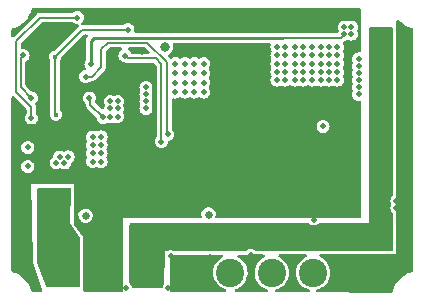
<source format=gbr>
%TF.GenerationSoftware,KiCad,Pcbnew,6.0.11+dfsg-1~bpo11+1*%
%TF.CreationDate,2023-10-14T14:13:14-05:00*%
%TF.ProjectId,Gauntl33tVoltageRegulator,4761756e-746c-4333-9374-566f6c746167,rev?*%
%TF.SameCoordinates,Original*%
%TF.FileFunction,Copper,L3,Inr*%
%TF.FilePolarity,Positive*%
%FSLAX46Y46*%
G04 Gerber Fmt 4.6, Leading zero omitted, Abs format (unit mm)*
G04 Created by KiCad (PCBNEW 6.0.11+dfsg-1~bpo11+1) date 2023-10-14 14:13:14*
%MOMM*%
%LPD*%
G01*
G04 APERTURE LIST*
%TA.AperFunction,ComponentPad*%
%ADD10R,2.400000X2.400000*%
%TD*%
%TA.AperFunction,ComponentPad*%
%ADD11C,2.400000*%
%TD*%
%TA.AperFunction,ViaPad*%
%ADD12C,0.500000*%
%TD*%
%TA.AperFunction,ViaPad*%
%ADD13C,0.650000*%
%TD*%
%TA.AperFunction,ViaPad*%
%ADD14C,0.800000*%
%TD*%
%TA.AperFunction,ViaPad*%
%ADD15C,0.400000*%
%TD*%
%TA.AperFunction,Conductor*%
%ADD16C,0.200000*%
%TD*%
%TA.AperFunction,Conductor*%
%ADD17C,0.250000*%
%TD*%
G04 APERTURE END LIST*
D10*
%TO.N,Net-(F2-Pad1)*%
%TO.C,J1*%
X122050000Y-128900000D03*
D11*
%TO.N,GND*%
X125550000Y-128900000D03*
%TO.N,Net-(F1-Pad1)*%
X129050000Y-128900000D03*
%TO.N,GND*%
X132550000Y-128900000D03*
%TO.N,Net-(J1-Pad5)*%
X136050000Y-128900000D03*
%TO.N,/EN*%
X139550000Y-128900000D03*
%TO.N,/5V*%
X143050000Y-128900000D03*
%TO.N,GND*%
X146550000Y-128900000D03*
%TD*%
D12*
%TO.N,GND*%
X134700000Y-120600000D03*
X134700000Y-119900000D03*
X146800000Y-123400000D03*
X146200000Y-123400000D03*
X145600000Y-123400000D03*
X146800000Y-119200000D03*
X146800000Y-121600000D03*
X146800000Y-122800000D03*
X146800000Y-118600000D03*
X146800000Y-119800000D03*
X146800000Y-120400000D03*
X146800000Y-122200000D03*
X146800000Y-121000000D03*
X146200000Y-119200000D03*
X146200000Y-121600000D03*
X146200000Y-122800000D03*
X146200000Y-118600000D03*
X146200000Y-119800000D03*
X146200000Y-120400000D03*
X146200000Y-122200000D03*
X146200000Y-121000000D03*
X140000000Y-122200000D03*
X140000000Y-121500000D03*
X140000000Y-120800000D03*
X124600000Y-127000000D03*
X126500000Y-127000000D03*
X131000000Y-127500000D03*
X134300000Y-127600000D03*
X144800000Y-127600000D03*
X149000000Y-130200000D03*
X148300000Y-130200000D03*
X144800000Y-130200000D03*
X137800000Y-127400000D03*
X137700000Y-130200000D03*
X123800000Y-130300000D03*
X127200000Y-130200000D03*
X130800000Y-130200000D03*
X134300000Y-130200000D03*
X140800000Y-127600000D03*
X141600000Y-130200000D03*
X140900000Y-130200000D03*
X137200000Y-123800000D03*
X136600000Y-123800000D03*
X136600000Y-123200000D03*
X136000000Y-123800000D03*
%TO.N,/Vreg*%
X140000000Y-111900000D03*
X140700000Y-111200000D03*
X140700000Y-112600000D03*
X140000000Y-110500000D03*
X140700000Y-110500000D03*
X140000000Y-109800000D03*
X140700000Y-109800000D03*
X140700000Y-111900000D03*
X140000000Y-111200000D03*
X140000000Y-112600000D03*
X141500000Y-111900000D03*
X142200000Y-111200000D03*
X142200000Y-112600000D03*
X141500000Y-110500000D03*
X142200000Y-110500000D03*
X141500000Y-109800000D03*
X142200000Y-109800000D03*
X142200000Y-111900000D03*
X141500000Y-111200000D03*
X141500000Y-112600000D03*
%TO.N,Net-(F2-Pad1)*%
X122200000Y-123500000D03*
X121500000Y-123500000D03*
X120800000Y-123500000D03*
X122200000Y-122800000D03*
X121500000Y-122800000D03*
X120100000Y-122800000D03*
X120800000Y-122800000D03*
X122200000Y-122100000D03*
X121500000Y-122100000D03*
X120800000Y-122100000D03*
X120100000Y-122100000D03*
%TO.N,GND*%
X130700000Y-122400000D03*
X131400000Y-122400000D03*
X131400000Y-123100000D03*
X130700000Y-123100000D03*
%TO.N,/EN*%
X130749500Y-117200000D03*
X123800000Y-112300000D03*
%TO.N,GND*%
X122000000Y-111300000D03*
%TO.N,/+20V*%
X122300000Y-119100000D03*
X121600000Y-119100000D03*
X121987162Y-119604940D03*
X121300000Y-119600000D03*
%TO.N,GND*%
X150600000Y-108300000D03*
X151300000Y-109000000D03*
X150600000Y-109000000D03*
X145300000Y-106800000D03*
X146000000Y-106800000D03*
X144600000Y-106800000D03*
X146700000Y-106800000D03*
%TO.N,Net-(F1-Pad1)*%
X149400000Y-109200000D03*
X149400000Y-108600000D03*
X148800000Y-108600000D03*
%TO.N,GND*%
X138800000Y-116000000D03*
X138200000Y-116000000D03*
X136400000Y-116000000D03*
X135200000Y-116000000D03*
X137000000Y-116000000D03*
X135800000Y-116000000D03*
X137600000Y-116000000D03*
X134600000Y-116000000D03*
X132800000Y-116000000D03*
X131600000Y-116000000D03*
X133400000Y-116000000D03*
X132200000Y-116000000D03*
X134000000Y-116000000D03*
X134600000Y-115400000D03*
X132800000Y-115400000D03*
X131600000Y-115400000D03*
X133400000Y-115400000D03*
X132200000Y-115400000D03*
X134000000Y-115400000D03*
X141800000Y-115400000D03*
X140000000Y-115400000D03*
X138800000Y-115400000D03*
X140600000Y-115400000D03*
X139400000Y-115400000D03*
X141200000Y-115400000D03*
X138200000Y-115400000D03*
X136400000Y-115400000D03*
X135200000Y-115400000D03*
X137000000Y-115400000D03*
X135800000Y-115400000D03*
X137600000Y-115400000D03*
X138200000Y-114800000D03*
X136400000Y-114800000D03*
X135200000Y-114800000D03*
X137000000Y-114800000D03*
X135800000Y-114800000D03*
X137600000Y-114800000D03*
X138200000Y-114200000D03*
X136400000Y-114200000D03*
X135200000Y-114200000D03*
X137000000Y-114200000D03*
X135800000Y-114200000D03*
X137600000Y-114200000D03*
X138200000Y-113600000D03*
X136400000Y-113600000D03*
X135200000Y-113600000D03*
X137000000Y-113600000D03*
X135800000Y-113600000D03*
X137600000Y-113600000D03*
X138200000Y-107600000D03*
X136400000Y-107600000D03*
X135200000Y-107600000D03*
X137000000Y-107600000D03*
X135800000Y-107600000D03*
X137600000Y-107600000D03*
X138200000Y-108200000D03*
X136400000Y-108200000D03*
X135200000Y-108200000D03*
X137000000Y-108200000D03*
X135800000Y-108200000D03*
X137600000Y-108200000D03*
X138200000Y-113000000D03*
X136400000Y-113000000D03*
X135200000Y-113000000D03*
X137000000Y-113000000D03*
X135800000Y-113000000D03*
X137600000Y-113000000D03*
X138200000Y-112400000D03*
X136400000Y-112400000D03*
X135200000Y-112400000D03*
X137000000Y-112400000D03*
X135800000Y-112400000D03*
X137600000Y-112400000D03*
X138200000Y-111800000D03*
X136400000Y-111800000D03*
X135200000Y-111800000D03*
X137000000Y-111800000D03*
X135800000Y-111800000D03*
X137600000Y-111800000D03*
X138200000Y-111200000D03*
X136400000Y-111200000D03*
X135200000Y-111200000D03*
X137000000Y-111200000D03*
X135800000Y-111200000D03*
X137600000Y-111200000D03*
X138200000Y-110600000D03*
X136400000Y-110600000D03*
X135200000Y-110600000D03*
X137000000Y-110600000D03*
X135800000Y-110600000D03*
X137600000Y-110600000D03*
X138200000Y-110000000D03*
X137600000Y-110000000D03*
X137000000Y-110000000D03*
X136400000Y-110000000D03*
X135800000Y-110000000D03*
X135200000Y-110000000D03*
%TO.N,/Vreg*%
X146900000Y-113800000D03*
X146900000Y-113200000D03*
X146900000Y-112600000D03*
X146900000Y-112000000D03*
X146900000Y-111400000D03*
X146900000Y-110800000D03*
X145700000Y-108700000D03*
X146300000Y-108700000D03*
X146300000Y-108100000D03*
X145700000Y-108100000D03*
%TO.N,/+20V*%
X125900000Y-115700000D03*
X126500000Y-115700000D03*
X125100000Y-119500000D03*
X125100000Y-118800000D03*
X125100000Y-118100000D03*
X125100000Y-117400000D03*
X124400000Y-117400000D03*
X124400000Y-118100000D03*
X124400000Y-118800000D03*
X124400000Y-119500000D03*
%TO.N,Net-(IC1-Pad5)*%
X131400000Y-111200000D03*
X132200000Y-111200000D03*
X133000000Y-111200000D03*
X133800000Y-111200000D03*
X133800000Y-112000000D03*
X133000000Y-112000000D03*
X132200000Y-112000000D03*
X131400000Y-112000000D03*
X131400000Y-112800000D03*
X132200000Y-112800000D03*
X133000000Y-112800000D03*
X133800000Y-112800000D03*
X133800000Y-113600000D03*
X133000000Y-113600000D03*
X132200000Y-113600000D03*
X128900000Y-113200000D03*
X128900000Y-113800000D03*
X128900000Y-114400000D03*
X128900000Y-115000000D03*
X131400000Y-113600000D03*
%TO.N,/+20V*%
X126500000Y-114400000D03*
D13*
X123800000Y-124100000D03*
D12*
X143900000Y-116500000D03*
X125265498Y-115734502D03*
X126500000Y-115000000D03*
X125900000Y-115000000D03*
X125900000Y-114400000D03*
X124100000Y-114100000D03*
%TO.N,GND*%
X134700000Y-118500000D03*
X150100000Y-122800000D03*
X126500000Y-112500000D03*
X128000000Y-122400000D03*
X150600000Y-112100000D03*
X128700000Y-121700000D03*
X150100000Y-123400000D03*
X145000000Y-121600000D03*
X128000000Y-118600000D03*
X128700000Y-120000000D03*
X151300000Y-114200000D03*
X151300000Y-110900000D03*
X127262000Y-112760000D03*
X150700000Y-121600000D03*
X150700000Y-122800000D03*
X118800000Y-109300000D03*
X127900000Y-113400000D03*
X150600000Y-114200000D03*
X151300000Y-110300000D03*
X126500000Y-113500000D03*
X145600000Y-121000000D03*
X145000000Y-122200000D03*
X145000000Y-119800000D03*
X129400000Y-122400000D03*
X129400000Y-120700000D03*
X129400000Y-120000000D03*
X125900000Y-112500000D03*
X127900000Y-114600000D03*
X151300000Y-114900000D03*
X150600000Y-113500000D03*
X150700000Y-123400000D03*
X127900000Y-115200000D03*
X140000000Y-120100000D03*
X128600000Y-110200000D03*
X125900000Y-113500000D03*
X150600000Y-110900000D03*
X128700000Y-122400000D03*
X145600000Y-122200000D03*
X129400000Y-119300000D03*
X129400000Y-121700000D03*
X145600000Y-120400000D03*
X150700000Y-118600000D03*
X120100000Y-113300000D03*
X145000000Y-121000000D03*
X134700000Y-119200000D03*
X145600000Y-119800000D03*
X128000000Y-121700000D03*
X125900000Y-113000000D03*
X128700000Y-120700000D03*
X145000000Y-119200000D03*
X127900000Y-114000000D03*
X128000000Y-120000000D03*
X129400000Y-118600000D03*
X151300000Y-111500000D03*
X151300000Y-113500000D03*
X128000000Y-120700000D03*
X136000000Y-123200000D03*
X150600000Y-112800000D03*
X145000000Y-118600000D03*
X150700000Y-119200000D03*
X128000000Y-123100000D03*
X151300000Y-112100000D03*
X143100000Y-124400000D03*
X128700000Y-118600000D03*
X124200000Y-106800000D03*
X150600000Y-111500000D03*
X127300000Y-114000000D03*
X151300000Y-112800000D03*
X145000000Y-120400000D03*
X150700000Y-120400000D03*
X145600000Y-118600000D03*
X127300000Y-115200000D03*
D14*
X119000000Y-129000000D03*
D12*
X129400000Y-123100000D03*
X128700000Y-123100000D03*
X145600000Y-122800000D03*
X150600000Y-110300000D03*
X145000000Y-123400000D03*
X150600000Y-114900000D03*
X150600000Y-109700000D03*
X122600000Y-107900000D03*
D14*
X118000000Y-128000000D03*
D12*
X127300000Y-114600000D03*
X122200000Y-114000000D03*
X128700000Y-119300000D03*
X128000000Y-119300000D03*
X151300000Y-109700000D03*
X150700000Y-122200000D03*
X150700000Y-121000000D03*
X121800000Y-116900000D03*
X150700000Y-119800000D03*
X127300000Y-113400000D03*
X145600000Y-121600000D03*
X145600000Y-119200000D03*
X126500000Y-113000000D03*
X145000000Y-122800000D03*
%TO.N,Net-(200K1-Pad3)*%
X123100000Y-107300000D03*
X119200000Y-115800000D03*
%TO.N,/PGOOD*%
X130200000Y-117800000D03*
X127121588Y-110521588D03*
D13*
%TO.N,/5V*%
X134200000Y-124000000D03*
D12*
X118900000Y-119900000D03*
%TO.N,/Vreg*%
X144400000Y-112600000D03*
X143000000Y-112600000D03*
X143000000Y-111200000D03*
X145100000Y-112600000D03*
X143700000Y-111900000D03*
X143700000Y-109800000D03*
X145100000Y-109800000D03*
X143000000Y-109800000D03*
X145100000Y-111900000D03*
X143700000Y-110500000D03*
X145100000Y-111200000D03*
X144400000Y-110500000D03*
X143000000Y-110500000D03*
X143700000Y-112600000D03*
X124246000Y-111254000D03*
X143700000Y-111200000D03*
X144400000Y-109800000D03*
X143000000Y-111900000D03*
X144400000Y-111900000D03*
X144400000Y-111200000D03*
X145100000Y-110500000D03*
%TO.N,Net-(200K1-Pad1)*%
X119200000Y-114100000D03*
X118500000Y-110500000D03*
D15*
%TO.N,+5VP*%
X121215000Y-110610000D03*
X121275000Y-115520000D03*
D12*
X127367500Y-108332061D03*
D14*
X130500000Y-109800000D03*
D12*
X118900000Y-118300000D03*
%TO.N,Net-(F1-Pad1)*%
X148200000Y-109800000D03*
X148200000Y-108600000D03*
X149400000Y-109800000D03*
X148800000Y-109800000D03*
X148200000Y-109200000D03*
X148800000Y-109200000D03*
%TD*%
D16*
%TO.N,/Vreg*%
X140500000Y-109000000D02*
X145400000Y-109000000D01*
X145400000Y-109000000D02*
X145700000Y-108700000D01*
%TO.N,/EN*%
X123800000Y-112300000D02*
X124300000Y-112300000D01*
X124300000Y-112300000D02*
X125100000Y-111500000D01*
X125100000Y-111500000D02*
X125100000Y-110000000D01*
X125100000Y-110000000D02*
X125675000Y-109425000D01*
X125675000Y-109425000D02*
X129025000Y-109425000D01*
X129025000Y-109425000D02*
X130700000Y-111100000D01*
X130700000Y-111100000D02*
X130700000Y-117200000D01*
%TO.N,/+20V*%
X124200000Y-114669004D02*
X125265498Y-115734502D01*
X124200000Y-114000000D02*
X124200000Y-114669004D01*
%TO.N,Net-(200K1-Pad3)*%
X117900000Y-109300000D02*
X119900000Y-107300000D01*
X119200000Y-115800000D02*
X119200000Y-114900000D01*
X119200000Y-114900000D02*
X117900000Y-113600000D01*
X117900000Y-113600000D02*
X117900000Y-109300000D01*
X119900000Y-107300000D02*
X123100000Y-107300000D01*
%TO.N,/PGOOD*%
X130200000Y-111200000D02*
X130200000Y-117800000D01*
X127350000Y-110750000D02*
X129750000Y-110750000D01*
X129750000Y-110750000D02*
X130200000Y-111200000D01*
X127121588Y-110521588D02*
X127350000Y-110750000D01*
D17*
%TO.N,/Vreg*%
X124500000Y-109000000D02*
X124223161Y-109276839D01*
X140500000Y-109000000D02*
X124500000Y-109000000D01*
X124223161Y-109276839D02*
X124223161Y-111238880D01*
D16*
%TO.N,Net-(200K1-Pad1)*%
X118300000Y-113200000D02*
X118300000Y-110700000D01*
X119200000Y-114100000D02*
X118300000Y-113200000D01*
X118300000Y-110700000D02*
X118500000Y-110500000D01*
%TO.N,+5VP*%
X121215000Y-115460000D02*
X121275000Y-115520000D01*
X121215000Y-110610000D02*
X121215000Y-115460000D01*
X123492939Y-108332061D02*
X121215000Y-110610000D01*
X127367500Y-108332061D02*
X123492939Y-108332061D01*
%TD*%
%TA.AperFunction,Conductor*%
%TO.N,GND*%
G36*
X123104707Y-106519976D02*
G01*
X123143913Y-106501505D01*
X123163327Y-106500000D01*
X146974000Y-106500000D01*
X147042121Y-106520002D01*
X147088614Y-106573658D01*
X147100000Y-106626000D01*
X147100000Y-108036673D01*
X147080024Y-108104707D01*
X147098495Y-108143913D01*
X147100000Y-108163327D01*
X147100000Y-108636673D01*
X147080024Y-108704707D01*
X147098495Y-108743913D01*
X147100000Y-108763327D01*
X147100000Y-110127405D01*
X147079998Y-110195526D01*
X147026342Y-110242019D01*
X146957554Y-110252327D01*
X146908189Y-110245828D01*
X146908188Y-110245828D01*
X146900000Y-110244750D01*
X146756291Y-110263670D01*
X146622375Y-110319139D01*
X146507379Y-110407379D01*
X146419139Y-110522375D01*
X146363670Y-110656291D01*
X146344750Y-110800000D01*
X146363670Y-110943709D01*
X146407142Y-111048660D01*
X146408435Y-111051782D01*
X146416024Y-111122372D01*
X146408436Y-111148215D01*
X146363670Y-111256291D01*
X146344750Y-111400000D01*
X146363670Y-111543709D01*
X146405588Y-111644908D01*
X146408435Y-111651782D01*
X146416024Y-111722372D01*
X146408436Y-111748215D01*
X146363670Y-111856291D01*
X146344750Y-112000000D01*
X146363670Y-112143709D01*
X146381602Y-112187000D01*
X146408435Y-112251782D01*
X146416024Y-112322372D01*
X146408436Y-112348215D01*
X146363670Y-112456291D01*
X146344750Y-112600000D01*
X146363670Y-112743709D01*
X146402035Y-112836330D01*
X146408435Y-112851782D01*
X146416024Y-112922372D01*
X146408436Y-112948215D01*
X146363670Y-113056291D01*
X146344750Y-113200000D01*
X146363670Y-113343709D01*
X146407142Y-113448660D01*
X146408435Y-113451782D01*
X146416024Y-113522372D01*
X146408436Y-113548215D01*
X146363670Y-113656291D01*
X146344750Y-113800000D01*
X146363670Y-113943709D01*
X146419139Y-114077625D01*
X146507379Y-114192621D01*
X146622375Y-114280861D01*
X146756291Y-114336330D01*
X146900000Y-114355250D01*
X146908188Y-114354172D01*
X146908189Y-114354172D01*
X146957554Y-114347673D01*
X147027702Y-114358612D01*
X147080801Y-114405740D01*
X147100000Y-114472595D01*
X147100000Y-124100000D01*
X134817602Y-124100000D01*
X134829375Y-124017277D01*
X134829956Y-124013196D01*
X134830094Y-124000000D01*
X134811906Y-123849701D01*
X134798862Y-123815182D01*
X134761076Y-123715182D01*
X134761075Y-123715179D01*
X134758392Y-123708080D01*
X134672640Y-123583311D01*
X134559603Y-123482599D01*
X134552897Y-123479048D01*
X134552895Y-123479047D01*
X134492704Y-123447178D01*
X134425805Y-123411757D01*
X134278972Y-123374874D01*
X134271374Y-123374834D01*
X134271372Y-123374834D01*
X134206775Y-123374496D01*
X134127579Y-123374082D01*
X134120200Y-123375854D01*
X134120196Y-123375854D01*
X133987746Y-123407652D01*
X133987742Y-123407653D01*
X133980367Y-123409424D01*
X133973622Y-123412905D01*
X133973623Y-123412905D01*
X133853560Y-123474874D01*
X133845835Y-123478861D01*
X133840113Y-123483853D01*
X133840111Y-123483854D01*
X133737474Y-123573390D01*
X133737471Y-123573393D01*
X133731749Y-123578385D01*
X133727382Y-123584599D01*
X133653610Y-123689566D01*
X133644696Y-123702249D01*
X133589702Y-123843302D01*
X133588711Y-123850831D01*
X133574702Y-123957241D01*
X133569941Y-123993402D01*
X133572577Y-124017277D01*
X133580150Y-124085871D01*
X133581709Y-124100000D01*
X124430094Y-124100000D01*
X124411906Y-123949701D01*
X124390337Y-123892621D01*
X124361076Y-123815182D01*
X124361075Y-123815179D01*
X124358392Y-123808080D01*
X124305704Y-123731419D01*
X124276939Y-123689566D01*
X124272640Y-123683311D01*
X124159603Y-123582599D01*
X124152897Y-123579048D01*
X124152895Y-123579047D01*
X124092704Y-123547178D01*
X124025805Y-123511757D01*
X123878972Y-123474874D01*
X123871374Y-123474834D01*
X123871372Y-123474834D01*
X123806775Y-123474496D01*
X123727579Y-123474082D01*
X123720200Y-123475854D01*
X123720196Y-123475854D01*
X123587746Y-123507652D01*
X123587742Y-123507653D01*
X123580367Y-123509424D01*
X123445835Y-123578861D01*
X123440113Y-123583853D01*
X123440111Y-123583854D01*
X123337474Y-123673390D01*
X123337471Y-123673393D01*
X123331749Y-123678385D01*
X123315275Y-123701825D01*
X123257397Y-123784178D01*
X123244696Y-123802249D01*
X123189702Y-123943302D01*
X123188711Y-123950831D01*
X123174964Y-124055250D01*
X123169941Y-124093402D01*
X123170669Y-124100000D01*
X122800000Y-124100000D01*
X122800000Y-121400000D01*
X119200000Y-121400000D01*
X119240909Y-124100000D01*
X117500000Y-124100000D01*
X117500000Y-119900000D01*
X118344750Y-119900000D01*
X118363670Y-120043709D01*
X118419139Y-120177625D01*
X118507379Y-120292621D01*
X118622375Y-120380861D01*
X118756291Y-120436330D01*
X118900000Y-120455250D01*
X119043709Y-120436330D01*
X119177625Y-120380861D01*
X119292621Y-120292621D01*
X119380861Y-120177625D01*
X119436330Y-120043709D01*
X119455250Y-119900000D01*
X119436330Y-119756291D01*
X119380861Y-119622375D01*
X119363692Y-119600000D01*
X120744750Y-119600000D01*
X120763670Y-119743709D01*
X120819139Y-119877625D01*
X120907379Y-119992621D01*
X121022375Y-120080861D01*
X121156291Y-120136330D01*
X121300000Y-120155250D01*
X121443709Y-120136330D01*
X121577625Y-120080861D01*
X121579154Y-120079688D01*
X121645299Y-120063642D01*
X121702303Y-120080380D01*
X121702986Y-120080775D01*
X121709537Y-120085801D01*
X121843453Y-120141270D01*
X121987162Y-120160190D01*
X122130871Y-120141270D01*
X122264787Y-120085801D01*
X122379783Y-119997561D01*
X122468023Y-119882565D01*
X122523492Y-119748649D01*
X122535169Y-119659955D01*
X122563892Y-119595028D01*
X122583387Y-119576440D01*
X122683005Y-119500000D01*
X123844750Y-119500000D01*
X123863670Y-119643709D01*
X123919139Y-119777625D01*
X124007379Y-119892621D01*
X124122375Y-119980861D01*
X124256291Y-120036330D01*
X124400000Y-120055250D01*
X124543709Y-120036330D01*
X124677625Y-119980861D01*
X124684175Y-119975835D01*
X124687000Y-119974204D01*
X124755996Y-119957466D01*
X124813000Y-119974204D01*
X124815825Y-119975835D01*
X124822375Y-119980861D01*
X124956291Y-120036330D01*
X125100000Y-120055250D01*
X125243709Y-120036330D01*
X125377625Y-119980861D01*
X125492621Y-119892621D01*
X125580861Y-119777625D01*
X125636330Y-119643709D01*
X125655250Y-119500000D01*
X125636330Y-119356291D01*
X125580861Y-119222375D01*
X125575835Y-119215825D01*
X125574204Y-119213000D01*
X125557466Y-119144004D01*
X125574204Y-119087000D01*
X125575835Y-119084175D01*
X125580861Y-119077625D01*
X125636330Y-118943709D01*
X125655250Y-118800000D01*
X125636330Y-118656291D01*
X125580861Y-118522375D01*
X125575835Y-118515825D01*
X125574204Y-118513000D01*
X125557466Y-118444004D01*
X125574204Y-118387000D01*
X125575835Y-118384175D01*
X125580861Y-118377625D01*
X125636330Y-118243709D01*
X125655250Y-118100000D01*
X125636330Y-117956291D01*
X125580861Y-117822375D01*
X125575835Y-117815825D01*
X125574204Y-117813000D01*
X125557466Y-117744004D01*
X125574204Y-117687000D01*
X125575835Y-117684175D01*
X125580861Y-117677625D01*
X125636330Y-117543709D01*
X125655250Y-117400000D01*
X125636330Y-117256291D01*
X125580861Y-117122375D01*
X125492621Y-117007379D01*
X125377625Y-116919139D01*
X125243709Y-116863670D01*
X125100000Y-116844750D01*
X124956291Y-116863670D01*
X124822375Y-116919139D01*
X124815825Y-116924165D01*
X124813000Y-116925796D01*
X124744004Y-116942534D01*
X124687000Y-116925796D01*
X124684175Y-116924165D01*
X124677625Y-116919139D01*
X124543709Y-116863670D01*
X124400000Y-116844750D01*
X124256291Y-116863670D01*
X124122375Y-116919139D01*
X124007379Y-117007379D01*
X123919139Y-117122375D01*
X123863670Y-117256291D01*
X123844750Y-117400000D01*
X123863670Y-117543709D01*
X123919139Y-117677625D01*
X123924165Y-117684175D01*
X123925796Y-117687000D01*
X123942534Y-117755996D01*
X123925796Y-117813000D01*
X123924165Y-117815825D01*
X123919139Y-117822375D01*
X123863670Y-117956291D01*
X123844750Y-118100000D01*
X123863670Y-118243709D01*
X123919139Y-118377625D01*
X123924165Y-118384175D01*
X123925796Y-118387000D01*
X123942534Y-118455996D01*
X123925796Y-118513000D01*
X123924165Y-118515825D01*
X123919139Y-118522375D01*
X123863670Y-118656291D01*
X123844750Y-118800000D01*
X123863670Y-118943709D01*
X123919139Y-119077625D01*
X123924165Y-119084175D01*
X123925796Y-119087000D01*
X123942534Y-119155996D01*
X123925796Y-119213000D01*
X123924165Y-119215825D01*
X123919139Y-119222375D01*
X123863670Y-119356291D01*
X123844750Y-119500000D01*
X122683005Y-119500000D01*
X122686071Y-119497647D01*
X122692621Y-119492621D01*
X122780861Y-119377625D01*
X122836330Y-119243709D01*
X122855250Y-119100000D01*
X122836330Y-118956291D01*
X122780861Y-118822375D01*
X122692621Y-118707379D01*
X122577625Y-118619139D01*
X122443709Y-118563670D01*
X122300000Y-118544750D01*
X122156291Y-118563670D01*
X122022375Y-118619139D01*
X122015825Y-118624165D01*
X122013000Y-118625796D01*
X121944004Y-118642534D01*
X121887000Y-118625796D01*
X121884175Y-118624165D01*
X121877625Y-118619139D01*
X121743709Y-118563670D01*
X121600000Y-118544750D01*
X121456291Y-118563670D01*
X121322375Y-118619139D01*
X121207379Y-118707379D01*
X121119139Y-118822375D01*
X121063670Y-118956291D01*
X121062592Y-118964480D01*
X121062592Y-118964481D01*
X121051274Y-119050447D01*
X121022552Y-119115374D01*
X121003056Y-119133963D01*
X120907379Y-119207379D01*
X120819139Y-119322375D01*
X120763670Y-119456291D01*
X120744750Y-119600000D01*
X119363692Y-119600000D01*
X119292621Y-119507379D01*
X119177625Y-119419139D01*
X119043709Y-119363670D01*
X118900000Y-119344750D01*
X118756291Y-119363670D01*
X118622375Y-119419139D01*
X118507379Y-119507379D01*
X118419139Y-119622375D01*
X118363670Y-119756291D01*
X118344750Y-119900000D01*
X117500000Y-119900000D01*
X117500000Y-118300000D01*
X118344750Y-118300000D01*
X118363670Y-118443709D01*
X118419139Y-118577625D01*
X118507379Y-118692621D01*
X118622375Y-118780861D01*
X118756291Y-118836330D01*
X118900000Y-118855250D01*
X119043709Y-118836330D01*
X119177625Y-118780861D01*
X119292621Y-118692621D01*
X119380861Y-118577625D01*
X119436330Y-118443709D01*
X119455250Y-118300000D01*
X119436330Y-118156291D01*
X119380861Y-118022375D01*
X119292621Y-117907379D01*
X119177625Y-117819139D01*
X119043709Y-117763670D01*
X118900000Y-117744750D01*
X118756291Y-117763670D01*
X118622375Y-117819139D01*
X118507379Y-117907379D01*
X118419139Y-118022375D01*
X118363670Y-118156291D01*
X118344750Y-118300000D01*
X117500000Y-118300000D01*
X117500000Y-114070583D01*
X117520002Y-114002462D01*
X117573658Y-113955969D01*
X117643932Y-113945865D01*
X117708512Y-113975359D01*
X117715095Y-113981488D01*
X118762595Y-115028988D01*
X118796621Y-115091300D01*
X118799500Y-115118083D01*
X118799500Y-115374876D01*
X118779498Y-115442997D01*
X118773462Y-115451580D01*
X118719139Y-115522375D01*
X118663670Y-115656291D01*
X118644750Y-115800000D01*
X118663670Y-115943709D01*
X118719139Y-116077625D01*
X118807379Y-116192621D01*
X118922375Y-116280861D01*
X119056291Y-116336330D01*
X119200000Y-116355250D01*
X119343709Y-116336330D01*
X119477625Y-116280861D01*
X119592621Y-116192621D01*
X119680861Y-116077625D01*
X119736330Y-115943709D01*
X119755250Y-115800000D01*
X119736330Y-115656291D01*
X119680861Y-115522375D01*
X119626538Y-115451580D01*
X119600937Y-115385360D01*
X119600500Y-115374876D01*
X119600500Y-114836567D01*
X119597436Y-114827136D01*
X119597435Y-114827132D01*
X119593703Y-114815647D01*
X119589087Y-114796422D01*
X119587197Y-114784488D01*
X119587197Y-114784487D01*
X119585646Y-114774696D01*
X119581145Y-114765863D01*
X119581144Y-114765859D01*
X119575658Y-114755092D01*
X119568092Y-114736828D01*
X119566666Y-114732437D01*
X119561296Y-114715911D01*
X119548365Y-114698113D01*
X119538040Y-114681264D01*
X119535285Y-114675858D01*
X119531858Y-114669131D01*
X119518749Y-114599357D01*
X119545445Y-114533571D01*
X119567413Y-114511964D01*
X119592621Y-114492621D01*
X119680861Y-114377625D01*
X119736330Y-114243709D01*
X119755250Y-114100000D01*
X119736330Y-113956291D01*
X119680861Y-113822375D01*
X119592621Y-113707379D01*
X119477625Y-113619139D01*
X119343709Y-113563670D01*
X119255235Y-113552022D01*
X119190309Y-113523299D01*
X119182588Y-113516195D01*
X118737405Y-113071012D01*
X118703379Y-113008700D01*
X118700500Y-112981917D01*
X118700500Y-111096891D01*
X118720502Y-111028770D01*
X118763497Y-110987773D01*
X118769993Y-110984022D01*
X118777625Y-110980861D01*
X118892621Y-110892621D01*
X118980861Y-110777625D01*
X119036330Y-110643709D01*
X119055250Y-110500000D01*
X119036330Y-110356291D01*
X118980861Y-110222375D01*
X118892621Y-110107379D01*
X118777625Y-110019139D01*
X118643709Y-109963670D01*
X118500000Y-109944750D01*
X118491812Y-109945828D01*
X118491811Y-109945828D01*
X118442946Y-109952261D01*
X118372797Y-109941322D01*
X118319699Y-109894193D01*
X118300500Y-109827339D01*
X118300500Y-109518083D01*
X118320502Y-109449962D01*
X118337405Y-109428988D01*
X120028987Y-107737405D01*
X120091299Y-107703380D01*
X120118082Y-107700500D01*
X122674876Y-107700500D01*
X122742997Y-107720502D01*
X122751580Y-107726538D01*
X122822375Y-107780861D01*
X122956291Y-107836330D01*
X123045236Y-107848040D01*
X123091812Y-107854172D01*
X123100000Y-107855250D01*
X123102705Y-107854894D01*
X123168367Y-107874174D01*
X123214860Y-107927830D01*
X123224964Y-107998104D01*
X123195470Y-108062684D01*
X123189341Y-108069267D01*
X122177349Y-109081258D01*
X121173940Y-110084667D01*
X121119471Y-110116721D01*
X121008529Y-110148428D01*
X120887280Y-110224930D01*
X120881338Y-110231658D01*
X120881337Y-110231659D01*
X120870471Y-110243963D01*
X120792377Y-110332388D01*
X120731447Y-110462163D01*
X120722210Y-110521490D01*
X120716012Y-110561301D01*
X120709391Y-110603823D01*
X120710555Y-110612725D01*
X120710555Y-110612728D01*
X120718685Y-110674901D01*
X120727980Y-110745979D01*
X120785720Y-110877203D01*
X120791495Y-110884073D01*
X120795471Y-110890461D01*
X120814500Y-110957043D01*
X120814500Y-115294955D01*
X120802555Y-115348504D01*
X120791447Y-115372163D01*
X120769391Y-115513823D01*
X120770555Y-115522725D01*
X120770555Y-115522728D01*
X120772334Y-115536330D01*
X120787980Y-115655979D01*
X120845720Y-115787203D01*
X120851497Y-115794076D01*
X120851498Y-115794077D01*
X120915336Y-115870022D01*
X120937970Y-115896948D01*
X120945447Y-115901925D01*
X121047708Y-115969996D01*
X121057313Y-115976390D01*
X121194157Y-116019142D01*
X121203129Y-116019306D01*
X121203132Y-116019307D01*
X121268463Y-116020504D01*
X121337499Y-116021770D01*
X121346533Y-116019307D01*
X121467158Y-115986421D01*
X121467160Y-115986420D01*
X121475817Y-115984060D01*
X121597991Y-115909045D01*
X121694200Y-115802754D01*
X121756710Y-115673733D01*
X121780496Y-115532354D01*
X121780647Y-115520000D01*
X121770849Y-115451580D01*
X121761596Y-115386968D01*
X121761595Y-115386965D01*
X121760323Y-115378082D01*
X121700984Y-115247572D01*
X121646047Y-115183814D01*
X121616733Y-115119153D01*
X121615500Y-115101567D01*
X121615500Y-114100000D01*
X123544750Y-114100000D01*
X123563670Y-114243709D01*
X123619139Y-114377625D01*
X123707379Y-114492621D01*
X123713929Y-114497647D01*
X123750204Y-114525482D01*
X123792071Y-114582820D01*
X123799500Y-114625444D01*
X123799500Y-114732437D01*
X123802564Y-114741868D01*
X123802565Y-114741872D01*
X123806297Y-114753357D01*
X123810913Y-114772582D01*
X123814354Y-114794308D01*
X123818855Y-114803141D01*
X123818856Y-114803145D01*
X123824341Y-114813910D01*
X123831905Y-114832170D01*
X123838704Y-114853094D01*
X123851639Y-114870897D01*
X123861965Y-114887749D01*
X123871950Y-114907346D01*
X123894513Y-114929909D01*
X123894516Y-114929913D01*
X124681693Y-115717090D01*
X124715719Y-115779402D01*
X124717519Y-115789734D01*
X124729168Y-115878211D01*
X124784637Y-116012127D01*
X124872877Y-116127123D01*
X124987873Y-116215363D01*
X125121789Y-116270832D01*
X125265498Y-116289752D01*
X125409207Y-116270832D01*
X125543123Y-116215363D01*
X125549675Y-116210335D01*
X125555960Y-116206707D01*
X125624955Y-116189970D01*
X125667175Y-116199418D01*
X125756291Y-116236330D01*
X125900000Y-116255250D01*
X126043709Y-116236330D01*
X126151783Y-116191565D01*
X126222372Y-116183976D01*
X126248215Y-116191564D01*
X126356291Y-116236330D01*
X126500000Y-116255250D01*
X126643709Y-116236330D01*
X126777625Y-116180861D01*
X126892621Y-116092621D01*
X126980861Y-115977625D01*
X127036330Y-115843709D01*
X127055250Y-115700000D01*
X127036330Y-115556291D01*
X126980861Y-115422375D01*
X126975835Y-115415825D01*
X126974204Y-115413000D01*
X126957466Y-115344004D01*
X126974204Y-115287000D01*
X126975835Y-115284175D01*
X126980861Y-115277625D01*
X127036330Y-115143709D01*
X127055250Y-115000000D01*
X128344750Y-115000000D01*
X128363670Y-115143709D01*
X128419139Y-115277625D01*
X128507379Y-115392621D01*
X128622375Y-115480861D01*
X128756291Y-115536330D01*
X128900000Y-115555250D01*
X129043709Y-115536330D01*
X129177625Y-115480861D01*
X129292621Y-115392621D01*
X129380861Y-115277625D01*
X129436330Y-115143709D01*
X129455250Y-115000000D01*
X129436330Y-114856291D01*
X129391565Y-114748217D01*
X129383976Y-114677628D01*
X129391565Y-114651782D01*
X129402475Y-114625444D01*
X129436330Y-114543709D01*
X129455250Y-114400000D01*
X129436330Y-114256291D01*
X129391565Y-114148217D01*
X129383976Y-114077628D01*
X129391565Y-114051782D01*
X129394037Y-114045816D01*
X129436330Y-113943709D01*
X129455250Y-113800000D01*
X129436330Y-113656291D01*
X129391565Y-113548217D01*
X129383976Y-113477628D01*
X129391565Y-113451782D01*
X129392859Y-113448660D01*
X129436330Y-113343709D01*
X129455250Y-113200000D01*
X129436330Y-113056291D01*
X129380861Y-112922375D01*
X129292621Y-112807379D01*
X129177625Y-112719139D01*
X129043709Y-112663670D01*
X128900000Y-112644750D01*
X128756291Y-112663670D01*
X128622375Y-112719139D01*
X128507379Y-112807379D01*
X128419139Y-112922375D01*
X128363670Y-113056291D01*
X128344750Y-113200000D01*
X128363670Y-113343709D01*
X128407142Y-113448660D01*
X128408435Y-113451782D01*
X128416024Y-113522372D01*
X128408436Y-113548215D01*
X128363670Y-113656291D01*
X128344750Y-113800000D01*
X128363670Y-113943709D01*
X128405964Y-114045816D01*
X128408435Y-114051782D01*
X128416024Y-114122372D01*
X128408436Y-114148215D01*
X128363670Y-114256291D01*
X128344750Y-114400000D01*
X128363670Y-114543709D01*
X128397526Y-114625444D01*
X128408435Y-114651782D01*
X128416024Y-114722372D01*
X128408436Y-114748215D01*
X128363670Y-114856291D01*
X128344750Y-115000000D01*
X127055250Y-115000000D01*
X127036330Y-114856291D01*
X126991565Y-114748217D01*
X126983976Y-114677628D01*
X126991565Y-114651782D01*
X127002475Y-114625444D01*
X127036330Y-114543709D01*
X127055250Y-114400000D01*
X127036330Y-114256291D01*
X126980861Y-114122375D01*
X126892621Y-114007379D01*
X126777625Y-113919139D01*
X126643709Y-113863670D01*
X126500000Y-113844750D01*
X126356291Y-113863670D01*
X126248217Y-113908435D01*
X126177628Y-113916024D01*
X126151785Y-113908436D01*
X126043709Y-113863670D01*
X125900000Y-113844750D01*
X125756291Y-113863670D01*
X125622375Y-113919139D01*
X125507379Y-114007379D01*
X125419139Y-114122375D01*
X125363670Y-114256291D01*
X125344750Y-114400000D01*
X125363670Y-114543709D01*
X125397526Y-114625444D01*
X125408435Y-114651782D01*
X125416024Y-114722372D01*
X125408436Y-114748215D01*
X125363670Y-114856291D01*
X125353978Y-114929913D01*
X125349323Y-114965268D01*
X125320601Y-115030195D01*
X125261336Y-115069287D01*
X125190344Y-115070132D01*
X125135306Y-115037917D01*
X124637405Y-114540016D01*
X124603379Y-114477704D01*
X124600500Y-114450921D01*
X124600500Y-114355274D01*
X124610091Y-114307057D01*
X124633171Y-114251337D01*
X124633172Y-114251333D01*
X124636330Y-114243709D01*
X124655250Y-114100000D01*
X124636330Y-113956291D01*
X124580861Y-113822375D01*
X124492621Y-113707379D01*
X124377625Y-113619139D01*
X124243709Y-113563670D01*
X124100000Y-113544750D01*
X123956291Y-113563670D01*
X123822375Y-113619139D01*
X123707379Y-113707379D01*
X123619139Y-113822375D01*
X123563670Y-113956291D01*
X123544750Y-114100000D01*
X121615500Y-114100000D01*
X121615500Y-110956724D01*
X121634946Y-110893116D01*
X121634200Y-110892754D01*
X121636522Y-110887961D01*
X121686805Y-110784178D01*
X121692795Y-110771814D01*
X121692795Y-110771813D01*
X121696710Y-110763733D01*
X121703996Y-110720428D01*
X121739155Y-110652238D01*
X123621926Y-108769466D01*
X123684238Y-108735441D01*
X123711021Y-108732561D01*
X123861501Y-108732561D01*
X123929622Y-108752563D01*
X123976115Y-108806219D01*
X123986219Y-108876493D01*
X123956725Y-108941073D01*
X123950596Y-108947656D01*
X123874633Y-109023619D01*
X123863738Y-109045002D01*
X123853414Y-109061848D01*
X123839312Y-109081258D01*
X123836248Y-109090689D01*
X123836246Y-109090692D01*
X123831897Y-109104076D01*
X123824333Y-109122337D01*
X123813442Y-109143713D01*
X123811891Y-109153507D01*
X123809689Y-109167409D01*
X123805075Y-109186629D01*
X123797661Y-109209446D01*
X123797661Y-110891220D01*
X123777659Y-110959341D01*
X123771623Y-110967925D01*
X123765139Y-110976375D01*
X123709670Y-111110291D01*
X123690750Y-111254000D01*
X123709670Y-111397709D01*
X123765139Y-111531625D01*
X123770166Y-111538176D01*
X123770167Y-111538178D01*
X123784015Y-111556225D01*
X123809615Y-111622446D01*
X123795350Y-111691994D01*
X123745748Y-111742790D01*
X123700498Y-111757850D01*
X123656291Y-111763670D01*
X123522375Y-111819139D01*
X123407379Y-111907379D01*
X123319139Y-112022375D01*
X123263670Y-112156291D01*
X123244750Y-112300000D01*
X123263670Y-112443709D01*
X123319139Y-112577625D01*
X123407379Y-112692621D01*
X123522375Y-112780861D01*
X123656291Y-112836330D01*
X123800000Y-112855250D01*
X123943709Y-112836330D01*
X124077625Y-112780861D01*
X124148420Y-112726538D01*
X124214640Y-112700937D01*
X124225124Y-112700500D01*
X124363433Y-112700500D01*
X124372864Y-112697436D01*
X124372868Y-112697435D01*
X124384353Y-112693703D01*
X124403578Y-112689087D01*
X124415512Y-112687197D01*
X124415513Y-112687197D01*
X124425304Y-112685646D01*
X124434137Y-112681145D01*
X124434141Y-112681144D01*
X124444906Y-112675659D01*
X124463166Y-112668095D01*
X124484090Y-112661296D01*
X124501893Y-112648361D01*
X124518745Y-112638035D01*
X124529502Y-112632554D01*
X124538342Y-112628050D01*
X124560905Y-112605487D01*
X124560909Y-112605484D01*
X125405484Y-111760909D01*
X125405487Y-111760905D01*
X125428050Y-111738342D01*
X125432555Y-111729501D01*
X125438037Y-111718742D01*
X125448365Y-111701887D01*
X125455467Y-111692112D01*
X125461296Y-111684089D01*
X125468094Y-111663168D01*
X125475658Y-111644908D01*
X125481144Y-111634141D01*
X125481145Y-111634137D01*
X125485646Y-111625304D01*
X125489087Y-111603578D01*
X125493703Y-111584353D01*
X125497435Y-111572868D01*
X125497436Y-111572864D01*
X125500500Y-111563433D01*
X125500500Y-110218083D01*
X125520502Y-110149962D01*
X125537405Y-110128988D01*
X125803988Y-109862405D01*
X125866300Y-109828379D01*
X125893083Y-109825500D01*
X126753269Y-109825500D01*
X126821390Y-109845502D01*
X126867883Y-109899158D01*
X126877987Y-109969432D01*
X126848493Y-110034012D01*
X126829973Y-110051462D01*
X126728967Y-110128967D01*
X126640727Y-110243963D01*
X126585258Y-110377879D01*
X126566338Y-110521588D01*
X126585258Y-110665297D01*
X126640727Y-110799213D01*
X126728967Y-110914209D01*
X126843963Y-111002449D01*
X126977879Y-111057918D01*
X127083527Y-111071827D01*
X127124289Y-111084486D01*
X127131265Y-111088041D01*
X127148116Y-111098368D01*
X127165910Y-111111296D01*
X127186832Y-111118094D01*
X127205093Y-111125658D01*
X127215861Y-111131145D01*
X127215865Y-111131146D01*
X127224696Y-111135646D01*
X127234485Y-111137197D01*
X127234493Y-111137199D01*
X127246427Y-111139089D01*
X127265647Y-111143703D01*
X127277133Y-111147435D01*
X127277140Y-111147436D01*
X127286567Y-111150499D01*
X127318477Y-111150499D01*
X127318481Y-111150500D01*
X129531916Y-111150500D01*
X129600037Y-111170502D01*
X129621011Y-111187404D01*
X129762595Y-111328987D01*
X129796620Y-111391299D01*
X129799500Y-111418083D01*
X129799500Y-117374876D01*
X129779498Y-117442997D01*
X129773462Y-117451580D01*
X129719139Y-117522375D01*
X129663670Y-117656291D01*
X129644750Y-117800000D01*
X129663670Y-117943709D01*
X129719139Y-118077625D01*
X129807379Y-118192621D01*
X129922375Y-118280861D01*
X130056291Y-118336330D01*
X130200000Y-118355250D01*
X130343709Y-118336330D01*
X130477625Y-118280861D01*
X130592621Y-118192621D01*
X130680861Y-118077625D01*
X130736330Y-117943709D01*
X130748727Y-117849546D01*
X130777449Y-117784618D01*
X130836715Y-117745527D01*
X130857201Y-117741071D01*
X130893209Y-117736330D01*
X131027125Y-117680861D01*
X131142121Y-117592621D01*
X131230361Y-117477625D01*
X131285830Y-117343709D01*
X131304750Y-117200000D01*
X131285830Y-117056291D01*
X131230361Y-116922375D01*
X131142121Y-116807379D01*
X131137004Y-116803453D01*
X131103379Y-116741875D01*
X131100500Y-116715092D01*
X131100500Y-116500000D01*
X143344750Y-116500000D01*
X143363670Y-116643709D01*
X143419139Y-116777625D01*
X143507379Y-116892621D01*
X143622375Y-116980861D01*
X143756291Y-117036330D01*
X143900000Y-117055250D01*
X144043709Y-117036330D01*
X144177625Y-116980861D01*
X144292621Y-116892621D01*
X144380861Y-116777625D01*
X144436330Y-116643709D01*
X144455250Y-116500000D01*
X144436330Y-116356291D01*
X144380861Y-116222375D01*
X144292621Y-116107379D01*
X144177625Y-116019139D01*
X144043709Y-115963670D01*
X143900000Y-115944750D01*
X143756291Y-115963670D01*
X143622375Y-116019139D01*
X143507379Y-116107379D01*
X143419139Y-116222375D01*
X143363670Y-116356291D01*
X143344750Y-116500000D01*
X131100500Y-116500000D01*
X131100500Y-114257676D01*
X131120502Y-114189555D01*
X131174158Y-114143062D01*
X131244432Y-114132958D01*
X131251798Y-114134469D01*
X131256291Y-114136330D01*
X131400000Y-114155250D01*
X131543709Y-114136330D01*
X131677625Y-114080861D01*
X131723298Y-114045815D01*
X131789516Y-114020215D01*
X131859065Y-114034479D01*
X131876697Y-114045811D01*
X131922375Y-114080861D01*
X132056291Y-114136330D01*
X132200000Y-114155250D01*
X132343709Y-114136330D01*
X132477625Y-114080861D01*
X132523298Y-114045815D01*
X132589516Y-114020215D01*
X132659065Y-114034479D01*
X132676697Y-114045811D01*
X132722375Y-114080861D01*
X132856291Y-114136330D01*
X133000000Y-114155250D01*
X133143709Y-114136330D01*
X133277625Y-114080861D01*
X133323298Y-114045815D01*
X133389516Y-114020215D01*
X133459065Y-114034479D01*
X133476697Y-114045811D01*
X133522375Y-114080861D01*
X133656291Y-114136330D01*
X133800000Y-114155250D01*
X133943709Y-114136330D01*
X134077625Y-114080861D01*
X134192621Y-113992621D01*
X134280861Y-113877625D01*
X134336330Y-113743709D01*
X134355250Y-113600000D01*
X134336330Y-113456291D01*
X134280861Y-113322375D01*
X134245815Y-113276702D01*
X134220215Y-113210484D01*
X134234479Y-113140935D01*
X134245811Y-113123303D01*
X134280861Y-113077625D01*
X134336330Y-112943709D01*
X134355250Y-112800000D01*
X134336330Y-112656291D01*
X134280861Y-112522375D01*
X134245815Y-112476702D01*
X134220215Y-112410484D01*
X134234479Y-112340935D01*
X134245811Y-112323303D01*
X134280861Y-112277625D01*
X134336330Y-112143709D01*
X134355250Y-112000000D01*
X134336330Y-111856291D01*
X134280861Y-111722375D01*
X134245815Y-111676702D01*
X134220215Y-111610484D01*
X134234479Y-111540935D01*
X134245811Y-111523303D01*
X134280861Y-111477625D01*
X134336330Y-111343709D01*
X134355250Y-111200000D01*
X134336330Y-111056291D01*
X134280861Y-110922375D01*
X134192621Y-110807379D01*
X134077625Y-110719139D01*
X133943709Y-110663670D01*
X133800000Y-110644750D01*
X133656291Y-110663670D01*
X133522375Y-110719139D01*
X133476702Y-110754185D01*
X133410484Y-110779785D01*
X133340935Y-110765521D01*
X133323303Y-110754189D01*
X133277625Y-110719139D01*
X133143709Y-110663670D01*
X133000000Y-110644750D01*
X132856291Y-110663670D01*
X132722375Y-110719139D01*
X132676702Y-110754185D01*
X132610484Y-110779785D01*
X132540935Y-110765521D01*
X132523303Y-110754189D01*
X132477625Y-110719139D01*
X132343709Y-110663670D01*
X132200000Y-110644750D01*
X132056291Y-110663670D01*
X131922375Y-110719139D01*
X131876702Y-110754185D01*
X131810484Y-110779785D01*
X131740935Y-110765521D01*
X131723303Y-110754189D01*
X131677625Y-110719139D01*
X131543709Y-110663670D01*
X131400000Y-110644750D01*
X131256291Y-110663670D01*
X131122375Y-110719139D01*
X131076026Y-110754704D01*
X131009809Y-110780304D01*
X130940260Y-110766040D01*
X130910229Y-110743836D01*
X130790006Y-110623613D01*
X130755980Y-110561301D01*
X130761045Y-110490486D01*
X130803592Y-110433650D01*
X130822487Y-110421953D01*
X130883714Y-110391159D01*
X130890498Y-110387747D01*
X131019423Y-110277634D01*
X131118361Y-110139947D01*
X131123403Y-110127405D01*
X131178766Y-109989687D01*
X131178767Y-109989685D01*
X131181601Y-109982634D01*
X131201009Y-109846262D01*
X131204909Y-109818862D01*
X131204909Y-109818859D01*
X131205490Y-109814778D01*
X131205645Y-109800000D01*
X131185276Y-109631680D01*
X131171808Y-109596038D01*
X131166440Y-109525244D01*
X131200198Y-109462787D01*
X131262364Y-109428495D01*
X131289674Y-109425500D01*
X139370694Y-109425500D01*
X139438815Y-109445502D01*
X139485308Y-109499158D01*
X139495412Y-109569432D01*
X139487103Y-109599718D01*
X139463670Y-109656291D01*
X139444750Y-109800000D01*
X139463670Y-109943709D01*
X139519139Y-110077625D01*
X139524165Y-110084175D01*
X139525796Y-110087000D01*
X139542534Y-110155996D01*
X139525796Y-110213000D01*
X139524167Y-110215822D01*
X139519139Y-110222375D01*
X139463670Y-110356291D01*
X139444750Y-110500000D01*
X139463670Y-110643709D01*
X139519139Y-110777625D01*
X139524165Y-110784175D01*
X139525796Y-110787000D01*
X139542534Y-110855996D01*
X139525796Y-110913000D01*
X139524167Y-110915822D01*
X139519139Y-110922375D01*
X139463670Y-111056291D01*
X139444750Y-111200000D01*
X139463670Y-111343709D01*
X139519139Y-111477625D01*
X139524165Y-111484175D01*
X139525796Y-111487000D01*
X139542534Y-111555996D01*
X139525796Y-111613000D01*
X139524165Y-111615825D01*
X139519139Y-111622375D01*
X139463670Y-111756291D01*
X139444750Y-111900000D01*
X139463670Y-112043709D01*
X139519139Y-112177625D01*
X139524165Y-112184175D01*
X139525796Y-112187000D01*
X139542534Y-112255996D01*
X139525796Y-112313000D01*
X139524165Y-112315825D01*
X139519139Y-112322375D01*
X139463670Y-112456291D01*
X139444750Y-112600000D01*
X139463670Y-112743709D01*
X139519139Y-112877625D01*
X139607379Y-112992621D01*
X139722375Y-113080861D01*
X139856291Y-113136330D01*
X140000000Y-113155250D01*
X140143709Y-113136330D01*
X140277625Y-113080861D01*
X140284175Y-113075835D01*
X140287000Y-113074204D01*
X140355996Y-113057466D01*
X140413000Y-113074204D01*
X140415825Y-113075835D01*
X140422375Y-113080861D01*
X140556291Y-113136330D01*
X140700000Y-113155250D01*
X140843709Y-113136330D01*
X140977625Y-113080861D01*
X141023298Y-113045815D01*
X141089516Y-113020215D01*
X141159065Y-113034479D01*
X141176697Y-113045811D01*
X141222375Y-113080861D01*
X141356291Y-113136330D01*
X141500000Y-113155250D01*
X141643709Y-113136330D01*
X141777625Y-113080861D01*
X141784175Y-113075835D01*
X141787000Y-113074204D01*
X141855996Y-113057466D01*
X141913000Y-113074204D01*
X141915825Y-113075835D01*
X141922375Y-113080861D01*
X142056291Y-113136330D01*
X142200000Y-113155250D01*
X142343709Y-113136330D01*
X142477625Y-113080861D01*
X142523298Y-113045815D01*
X142589516Y-113020215D01*
X142659065Y-113034479D01*
X142676697Y-113045811D01*
X142722375Y-113080861D01*
X142856291Y-113136330D01*
X143000000Y-113155250D01*
X143143709Y-113136330D01*
X143277625Y-113080861D01*
X143284175Y-113075835D01*
X143287000Y-113074204D01*
X143355996Y-113057466D01*
X143413000Y-113074204D01*
X143415825Y-113075835D01*
X143422375Y-113080861D01*
X143556291Y-113136330D01*
X143700000Y-113155250D01*
X143843709Y-113136330D01*
X143977625Y-113080861D01*
X143984175Y-113075835D01*
X143987000Y-113074204D01*
X144055996Y-113057466D01*
X144113000Y-113074204D01*
X144115825Y-113075835D01*
X144122375Y-113080861D01*
X144256291Y-113136330D01*
X144400000Y-113155250D01*
X144543709Y-113136330D01*
X144677625Y-113080861D01*
X144684175Y-113075835D01*
X144687000Y-113074204D01*
X144755996Y-113057466D01*
X144813000Y-113074204D01*
X144815825Y-113075835D01*
X144822375Y-113080861D01*
X144956291Y-113136330D01*
X145100000Y-113155250D01*
X145243709Y-113136330D01*
X145377625Y-113080861D01*
X145492621Y-112992621D01*
X145580861Y-112877625D01*
X145636330Y-112743709D01*
X145655250Y-112600000D01*
X145636330Y-112456291D01*
X145580861Y-112322375D01*
X145575835Y-112315825D01*
X145574204Y-112313000D01*
X145557466Y-112244004D01*
X145574204Y-112187000D01*
X145575835Y-112184175D01*
X145580861Y-112177625D01*
X145636330Y-112043709D01*
X145655250Y-111900000D01*
X145636330Y-111756291D01*
X145580861Y-111622375D01*
X145575835Y-111615825D01*
X145574204Y-111613000D01*
X145557466Y-111544004D01*
X145574204Y-111487000D01*
X145575835Y-111484175D01*
X145580861Y-111477625D01*
X145636330Y-111343709D01*
X145655250Y-111200000D01*
X145636330Y-111056291D01*
X145580861Y-110922375D01*
X145575833Y-110915822D01*
X145574204Y-110913000D01*
X145557466Y-110844004D01*
X145574204Y-110787000D01*
X145575835Y-110784175D01*
X145580861Y-110777625D01*
X145636330Y-110643709D01*
X145655250Y-110500000D01*
X145636330Y-110356291D01*
X145580861Y-110222375D01*
X145575833Y-110215822D01*
X145574204Y-110213000D01*
X145557466Y-110144004D01*
X145574204Y-110087000D01*
X145575835Y-110084175D01*
X145580861Y-110077625D01*
X145636330Y-109943709D01*
X145655250Y-109800000D01*
X145636330Y-109656291D01*
X145580861Y-109522375D01*
X145575835Y-109515826D01*
X145572663Y-109510331D01*
X145555924Y-109441336D01*
X145579144Y-109374244D01*
X145624576Y-109335065D01*
X145629498Y-109332557D01*
X145629502Y-109332554D01*
X145638342Y-109328050D01*
X145660905Y-109305487D01*
X145660909Y-109305484D01*
X145682588Y-109283805D01*
X145744900Y-109249779D01*
X145755232Y-109247979D01*
X145843709Y-109236330D01*
X145951783Y-109191565D01*
X146022372Y-109183976D01*
X146048215Y-109191564D01*
X146156291Y-109236330D01*
X146300000Y-109255250D01*
X146443709Y-109236330D01*
X146577625Y-109180861D01*
X146692621Y-109092621D01*
X146780861Y-108977625D01*
X146836330Y-108843709D01*
X146849078Y-108746880D01*
X146870295Y-108698920D01*
X146853104Y-108672171D01*
X146849078Y-108653120D01*
X146837408Y-108564480D01*
X146836330Y-108556291D01*
X146791565Y-108448217D01*
X146783976Y-108377628D01*
X146791565Y-108351782D01*
X146793749Y-108346511D01*
X146836330Y-108243709D01*
X146849078Y-108146880D01*
X146870295Y-108098920D01*
X146853104Y-108072171D01*
X146849078Y-108053120D01*
X146845584Y-108026578D01*
X146836330Y-107956291D01*
X146780861Y-107822375D01*
X146692621Y-107707379D01*
X146577625Y-107619139D01*
X146443709Y-107563670D01*
X146300000Y-107544750D01*
X146156291Y-107563670D01*
X146048217Y-107608435D01*
X145977628Y-107616024D01*
X145951785Y-107608436D01*
X145843709Y-107563670D01*
X145700000Y-107544750D01*
X145556291Y-107563670D01*
X145422375Y-107619139D01*
X145307379Y-107707379D01*
X145219139Y-107822375D01*
X145163670Y-107956291D01*
X145144750Y-108100000D01*
X145163670Y-108243709D01*
X145206252Y-108346511D01*
X145208435Y-108351782D01*
X145216024Y-108422372D01*
X145208437Y-108448213D01*
X145177990Y-108521719D01*
X145133441Y-108576999D01*
X145061581Y-108599500D01*
X140676435Y-108599500D01*
X140639844Y-108593704D01*
X140633126Y-108590281D01*
X140623335Y-108588730D01*
X140623334Y-108588730D01*
X140608120Y-108586320D01*
X140533488Y-108574500D01*
X128034508Y-108574500D01*
X127966387Y-108554498D01*
X127919894Y-108500842D01*
X127909586Y-108432054D01*
X127921672Y-108340250D01*
X127921672Y-108340249D01*
X127922750Y-108332061D01*
X127903830Y-108188352D01*
X127848361Y-108054436D01*
X127760121Y-107939440D01*
X127645125Y-107851200D01*
X127511209Y-107795731D01*
X127367500Y-107776811D01*
X127223791Y-107795731D01*
X127089875Y-107851200D01*
X127081140Y-107857903D01*
X127019080Y-107905523D01*
X126952860Y-107931124D01*
X126942376Y-107931561D01*
X123552412Y-107931561D01*
X123484291Y-107911559D01*
X123437798Y-107857903D01*
X123427694Y-107787629D01*
X123457188Y-107723049D01*
X123475703Y-107705602D01*
X123492621Y-107692621D01*
X123580861Y-107577625D01*
X123636330Y-107443709D01*
X123655250Y-107300000D01*
X123636330Y-107156291D01*
X123580861Y-107022375D01*
X123492621Y-106907379D01*
X123377625Y-106819139D01*
X123243709Y-106763670D01*
X123146880Y-106750922D01*
X123098920Y-106729705D01*
X123072171Y-106746896D01*
X123053120Y-106750922D01*
X122956291Y-106763670D01*
X122822375Y-106819139D01*
X122764418Y-106863611D01*
X122751580Y-106873462D01*
X122685360Y-106899063D01*
X122674876Y-106899500D01*
X119836567Y-106899500D01*
X119827136Y-106902564D01*
X119827132Y-106902565D01*
X119815647Y-106906297D01*
X119796422Y-106910913D01*
X119784488Y-106912803D01*
X119784487Y-106912803D01*
X119774696Y-106914354D01*
X119765863Y-106918855D01*
X119765859Y-106918856D01*
X119755094Y-106924341D01*
X119736834Y-106931905D01*
X119715910Y-106938704D01*
X119707888Y-106944533D01*
X119707885Y-106944534D01*
X119698116Y-106951632D01*
X119681259Y-106961962D01*
X119670493Y-106967448D01*
X119670492Y-106967449D01*
X119661658Y-106971950D01*
X119639091Y-106994517D01*
X117715095Y-108918512D01*
X117652783Y-108952538D01*
X117581968Y-108947473D01*
X117525132Y-108904926D01*
X117500321Y-108838406D01*
X117500000Y-108829417D01*
X117500000Y-108346511D01*
X117520002Y-108278390D01*
X117573658Y-108231897D01*
X117588515Y-108226216D01*
X117813624Y-108156070D01*
X117817260Y-108154937D01*
X117820730Y-108153375D01*
X117820736Y-108153373D01*
X117944155Y-108097826D01*
X118071050Y-108040715D01*
X118074307Y-108038746D01*
X118074311Y-108038744D01*
X118305968Y-107898702D01*
X118309222Y-107896735D01*
X118358788Y-107857903D01*
X118525299Y-107727449D01*
X118525302Y-107727447D01*
X118528302Y-107725096D01*
X118725096Y-107528302D01*
X118791371Y-107443709D01*
X118894392Y-107312213D01*
X118894394Y-107312210D01*
X118896735Y-107309222D01*
X119040715Y-107071050D01*
X119111430Y-106913929D01*
X119153373Y-106820736D01*
X119153375Y-106820730D01*
X119154937Y-106817260D01*
X119226216Y-106588515D01*
X119265578Y-106529429D01*
X119330636Y-106501004D01*
X119346511Y-106500000D01*
X123036673Y-106500000D01*
X123104707Y-106519976D01*
G37*
%TD.AperFunction*%
%TA.AperFunction,Conductor*%
G36*
X128875038Y-109845502D02*
G01*
X128896012Y-109862405D01*
X129168012Y-110134405D01*
X129202038Y-110196717D01*
X129196973Y-110267532D01*
X129154426Y-110324368D01*
X129087906Y-110349179D01*
X129078917Y-110349500D01*
X127730354Y-110349500D01*
X127662233Y-110329498D01*
X127613945Y-110271718D01*
X127613843Y-110271470D01*
X127602449Y-110243963D01*
X127587845Y-110224930D01*
X127519235Y-110135517D01*
X127514209Y-110128967D01*
X127413203Y-110051462D01*
X127371336Y-109994124D01*
X127367114Y-109923253D01*
X127401878Y-109861350D01*
X127464591Y-109828069D01*
X127489907Y-109825500D01*
X128806917Y-109825500D01*
X128875038Y-109845502D01*
G37*
%TD.AperFunction*%
%TD*%
%TA.AperFunction,Conductor*%
%TO.N,Net-(F1-Pad1)*%
G36*
X149742121Y-108120002D02*
G01*
X149788614Y-108173658D01*
X149800000Y-108226000D01*
X149800000Y-122335869D01*
X149779998Y-122403990D01*
X149768441Y-122419276D01*
X149726114Y-122467203D01*
X149677377Y-122522388D01*
X149616447Y-122652163D01*
X149611684Y-122682754D01*
X149601125Y-122750574D01*
X149594391Y-122793823D01*
X149612980Y-122935979D01*
X149616597Y-122944199D01*
X149663402Y-123050572D01*
X149672530Y-123120979D01*
X149662128Y-123154867D01*
X149616447Y-123252163D01*
X149615066Y-123261035D01*
X149598536Y-123367203D01*
X149594391Y-123393823D01*
X149612980Y-123535979D01*
X149670720Y-123667203D01*
X149758540Y-123771678D01*
X149758542Y-123771681D01*
X149762970Y-123776948D01*
X149762210Y-123777587D01*
X149795434Y-123831100D01*
X149800000Y-123864712D01*
X149800000Y-126974000D01*
X149779998Y-127042121D01*
X149726342Y-127088614D01*
X149674000Y-127100000D01*
X144876118Y-127100000D01*
X144874739Y-127099898D01*
X144874739Y-127099907D01*
X144738649Y-127099075D01*
X144738643Y-127099075D01*
X144731376Y-127099031D01*
X144728894Y-127099740D01*
X144725088Y-127100000D01*
X140876118Y-127100000D01*
X140874739Y-127099898D01*
X140874739Y-127099907D01*
X140738649Y-127099075D01*
X140738643Y-127099075D01*
X140731376Y-127099031D01*
X140728894Y-127099740D01*
X140725088Y-127100000D01*
X138259980Y-127100000D01*
X138191859Y-127079998D01*
X138164527Y-127056248D01*
X138138260Y-127025763D01*
X138138257Y-127025760D01*
X138132400Y-127018963D01*
X138012095Y-126940985D01*
X137874739Y-126899907D01*
X137865763Y-126899852D01*
X137865762Y-126899852D01*
X137805555Y-126899484D01*
X137731376Y-126899031D01*
X137593529Y-126938428D01*
X137472280Y-127014930D01*
X137435790Y-127056248D01*
X137434766Y-127057407D01*
X137374680Y-127095226D01*
X137340324Y-127100000D01*
X134376118Y-127100000D01*
X134374739Y-127099898D01*
X134374739Y-127099907D01*
X134238649Y-127099075D01*
X134238643Y-127099075D01*
X134231376Y-127099031D01*
X134228894Y-127099740D01*
X134225088Y-127100000D01*
X131340406Y-127100000D01*
X131271875Y-127079733D01*
X131212095Y-127040985D01*
X131074739Y-126999907D01*
X131065763Y-126999852D01*
X131065762Y-126999852D01*
X131005555Y-126999484D01*
X130931376Y-126999031D01*
X130793529Y-127038428D01*
X130738478Y-127073162D01*
X130726750Y-127080562D01*
X130659515Y-127100000D01*
X130500000Y-127100000D01*
X130499596Y-127112514D01*
X130499596Y-127112515D01*
X130411615Y-129839934D01*
X130389428Y-129907375D01*
X130385252Y-129912717D01*
X130383319Y-129915660D01*
X130377377Y-129922388D01*
X130316447Y-130052163D01*
X130315066Y-130061035D01*
X130310029Y-130093384D01*
X130279785Y-130157617D01*
X130219616Y-130195302D01*
X130185529Y-130200000D01*
X127814888Y-130200000D01*
X127746767Y-130179998D01*
X127700274Y-130126342D01*
X127690161Y-130091864D01*
X127686595Y-130066967D01*
X127685323Y-130058082D01*
X127625984Y-129927572D01*
X127532400Y-129818963D01*
X127534789Y-129816904D01*
X127504991Y-129770212D01*
X127500000Y-129735099D01*
X127500000Y-124826000D01*
X127520002Y-124757879D01*
X127573658Y-124711386D01*
X127626000Y-124700000D01*
X142639601Y-124700000D01*
X142707722Y-124720002D01*
X142736052Y-124744925D01*
X142762970Y-124776948D01*
X142882313Y-124856390D01*
X143019157Y-124899142D01*
X143028129Y-124899306D01*
X143028132Y-124899307D01*
X143093463Y-124900504D01*
X143162499Y-124901770D01*
X143171533Y-124899307D01*
X143292158Y-124866421D01*
X143292160Y-124866420D01*
X143300817Y-124864060D01*
X143422991Y-124789045D01*
X143466076Y-124741445D01*
X143526620Y-124704364D01*
X143559492Y-124700000D01*
X147800000Y-124700000D01*
X147800000Y-108226000D01*
X147820002Y-108157879D01*
X147873658Y-108111386D01*
X147926000Y-108100000D01*
X149674000Y-108100000D01*
X149742121Y-108120002D01*
G37*
%TD.AperFunction*%
%TD*%
%TA.AperFunction,Conductor*%
%TO.N,GND*%
G36*
X123239313Y-124250236D02*
G01*
X123297302Y-124390233D01*
X123389549Y-124510451D01*
X123509767Y-124602698D01*
X123649764Y-124660687D01*
X123800000Y-124680466D01*
X123808188Y-124679388D01*
X123942048Y-124661765D01*
X123950236Y-124660687D01*
X124090233Y-124602698D01*
X124210451Y-124510451D01*
X124302698Y-124390233D01*
X124360687Y-124250236D01*
X124380466Y-124100000D01*
X133632699Y-124100000D01*
X133639313Y-124150236D01*
X133637843Y-124150430D01*
X133636370Y-124212363D01*
X133596577Y-124271160D01*
X133531313Y-124299109D01*
X133516352Y-124300000D01*
X127000000Y-124300000D01*
X127000000Y-130374000D01*
X126979998Y-130442121D01*
X126926342Y-130488614D01*
X126874000Y-130500000D01*
X123726000Y-130500000D01*
X123657879Y-130479998D01*
X123611386Y-130426342D01*
X123600000Y-130374000D01*
X123600000Y-125900000D01*
X122824099Y-124833136D01*
X122800209Y-124766279D01*
X122800000Y-124759026D01*
X122800000Y-124100000D01*
X123219534Y-124100000D01*
X123239313Y-124250236D01*
G37*
%TD.AperFunction*%
%TA.AperFunction,Conductor*%
G36*
X119248526Y-124602698D02*
G01*
X119300000Y-128000000D01*
X120107503Y-130332787D01*
X120110885Y-130403700D01*
X120075389Y-130465187D01*
X120012286Y-130497722D01*
X119988435Y-130500000D01*
X119294139Y-130500000D01*
X119226018Y-130479998D01*
X119179525Y-130426342D01*
X119173844Y-130411485D01*
X119162164Y-130374000D01*
X119108100Y-130200503D01*
X119085457Y-130150191D01*
X118997925Y-129955705D01*
X118996361Y-129952229D01*
X118988905Y-129939894D01*
X118857477Y-129722488D01*
X118855510Y-129719234D01*
X118687602Y-129504915D01*
X118495085Y-129312398D01*
X118280766Y-129144490D01*
X118203432Y-129097740D01*
X118051032Y-129005610D01*
X118051028Y-129005608D01*
X118047771Y-129003639D01*
X117923634Y-128947770D01*
X117802973Y-128893464D01*
X117802967Y-128893462D01*
X117799497Y-128891900D01*
X117588514Y-128826155D01*
X117529429Y-128786794D01*
X117501004Y-128721736D01*
X117500000Y-128705861D01*
X117500000Y-124100000D01*
X119240909Y-124100000D01*
X119248526Y-124602698D01*
G37*
%TD.AperFunction*%
%TA.AperFunction,Conductor*%
G36*
X147112368Y-124124007D02*
G01*
X147121682Y-124138499D01*
X147121684Y-124209496D01*
X147083301Y-124269223D01*
X147018721Y-124298717D01*
X147000787Y-124300000D01*
X134883648Y-124300000D01*
X134815527Y-124279998D01*
X134769034Y-124226342D01*
X134758930Y-124156068D01*
X134759577Y-124152917D01*
X134760687Y-124150236D01*
X134767301Y-124100000D01*
X147105319Y-124100000D01*
X147112368Y-124124007D01*
G37*
%TD.AperFunction*%
%TD*%
%TA.AperFunction,Conductor*%
%TO.N,GND*%
G36*
X150308512Y-107491653D02*
G01*
X150315095Y-107497782D01*
X150504915Y-107687602D01*
X150719234Y-107855510D01*
X150722488Y-107857477D01*
X150948968Y-107994390D01*
X150948972Y-107994392D01*
X150952229Y-107996361D01*
X150960315Y-108000000D01*
X151197027Y-108106536D01*
X151197033Y-108106538D01*
X151200503Y-108108100D01*
X151411486Y-108173845D01*
X151470571Y-108213206D01*
X151498996Y-108278264D01*
X151500000Y-108294139D01*
X151500000Y-128705861D01*
X151479998Y-128773982D01*
X151426342Y-128820475D01*
X151411490Y-128826154D01*
X151200503Y-128891900D01*
X151197033Y-128893462D01*
X151197027Y-128893464D01*
X151076366Y-128947770D01*
X150952229Y-129003639D01*
X150948972Y-129005608D01*
X150948968Y-129005610D01*
X150797125Y-129097403D01*
X150719234Y-129144490D01*
X150504915Y-129312398D01*
X150312398Y-129504915D01*
X150144490Y-129719234D01*
X150142523Y-129722488D01*
X150009100Y-129943196D01*
X150003639Y-129952229D01*
X150002075Y-129955705D01*
X149914544Y-130150191D01*
X149891900Y-130200503D01*
X149890767Y-130204139D01*
X149813181Y-130453124D01*
X149810902Y-130460436D01*
X149810216Y-130464178D01*
X149810215Y-130464183D01*
X149805872Y-130487884D01*
X149773919Y-130551284D01*
X149712762Y-130587344D01*
X149681325Y-130591172D01*
X148858061Y-130587175D01*
X143420112Y-130560777D01*
X143352089Y-130540444D01*
X143305858Y-130486563D01*
X143296095Y-130416241D01*
X143325901Y-130351804D01*
X143384516Y-130314093D01*
X143581068Y-130255125D01*
X143795264Y-130150191D01*
X143876492Y-130092252D01*
X143985242Y-130014681D01*
X143989445Y-130011683D01*
X144158397Y-129843320D01*
X144297582Y-129649623D01*
X144346106Y-129551444D01*
X144400969Y-129440437D01*
X144400970Y-129440435D01*
X144403263Y-129435795D01*
X144472600Y-129207577D01*
X144473275Y-129202451D01*
X144503296Y-128974421D01*
X144503297Y-128974414D01*
X144503733Y-128971099D01*
X144505471Y-128900000D01*
X144495110Y-128773982D01*
X144486351Y-128667435D01*
X144486350Y-128667429D01*
X144485927Y-128662284D01*
X144427821Y-128430952D01*
X144415415Y-128402420D01*
X144334772Y-128216953D01*
X144334770Y-128216950D01*
X144332712Y-128212216D01*
X144203155Y-128011951D01*
X144174360Y-127980305D01*
X144046107Y-127839358D01*
X144046105Y-127839357D01*
X144042629Y-127835536D01*
X144038578Y-127832337D01*
X144038574Y-127832333D01*
X143859500Y-127690909D01*
X143859496Y-127690907D01*
X143855445Y-127687707D01*
X143816125Y-127666001D01*
X143799682Y-127656924D01*
X143646631Y-127572436D01*
X143646916Y-127571919D01*
X143595710Y-127528086D01*
X143575298Y-127460087D01*
X143594889Y-127391847D01*
X143648264Y-127345032D01*
X143700640Y-127333330D01*
X150100000Y-127300000D01*
X150100000Y-107586877D01*
X150120002Y-107518756D01*
X150173658Y-107472263D01*
X150243932Y-107462159D01*
X150308512Y-107491653D01*
G37*
%TD.AperFunction*%
%TA.AperFunction,Conductor*%
G36*
X142457593Y-127359807D02*
G01*
X142504364Y-127413219D01*
X142514834Y-127483440D01*
X142485678Y-127548173D01*
X142448211Y-127577917D01*
X142274414Y-127668390D01*
X142270281Y-127671493D01*
X142270278Y-127671495D01*
X142087810Y-127808497D01*
X142083675Y-127811602D01*
X141918887Y-127984042D01*
X141784475Y-128181082D01*
X141684051Y-128397428D01*
X141620309Y-128627272D01*
X141619760Y-128632409D01*
X141599662Y-128820475D01*
X141594963Y-128864440D01*
X141595260Y-128869592D01*
X141595260Y-128869596D01*
X141608396Y-129097403D01*
X141608397Y-129097409D01*
X141608694Y-129102562D01*
X141661131Y-129335245D01*
X141663075Y-129340032D01*
X141663076Y-129340036D01*
X141701960Y-129435795D01*
X141750867Y-129556239D01*
X141875493Y-129759609D01*
X142031660Y-129939894D01*
X142215176Y-130092252D01*
X142421112Y-130212591D01*
X142643937Y-130297680D01*
X142649005Y-130298711D01*
X142649008Y-130298712D01*
X142692959Y-130307654D01*
X142755724Y-130340836D01*
X142790586Y-130402684D01*
X142786476Y-130473561D01*
X142744700Y-130530965D01*
X142678520Y-130556670D01*
X142667232Y-130557123D01*
X139975841Y-130544058D01*
X139907820Y-130523725D01*
X139861588Y-130469844D01*
X139851825Y-130399522D01*
X139881631Y-130335085D01*
X139940247Y-130297373D01*
X140001957Y-130278859D01*
X140081068Y-130255125D01*
X140295264Y-130150191D01*
X140376492Y-130092252D01*
X140485242Y-130014681D01*
X140489445Y-130011683D01*
X140658397Y-129843320D01*
X140797582Y-129649623D01*
X140846106Y-129551444D01*
X140900969Y-129440437D01*
X140900970Y-129440435D01*
X140903263Y-129435795D01*
X140972600Y-129207577D01*
X140973275Y-129202451D01*
X141003296Y-128974421D01*
X141003297Y-128974414D01*
X141003733Y-128971099D01*
X141005471Y-128900000D01*
X140995110Y-128773982D01*
X140986351Y-128667435D01*
X140986350Y-128667429D01*
X140985927Y-128662284D01*
X140927821Y-128430952D01*
X140915415Y-128402420D01*
X140834772Y-128216953D01*
X140834770Y-128216950D01*
X140832712Y-128212216D01*
X140703155Y-128011951D01*
X140674360Y-127980305D01*
X140546107Y-127839358D01*
X140546105Y-127839357D01*
X140542629Y-127835536D01*
X140538578Y-127832337D01*
X140538574Y-127832333D01*
X140359500Y-127690909D01*
X140359496Y-127690907D01*
X140355445Y-127687707D01*
X140316125Y-127666001D01*
X140294442Y-127654032D01*
X140174262Y-127587689D01*
X140124292Y-127537257D01*
X140109520Y-127467815D01*
X140134636Y-127401409D01*
X140191667Y-127359124D01*
X140234500Y-127351383D01*
X142389369Y-127340160D01*
X142457593Y-127359807D01*
G37*
%TD.AperFunction*%
%TA.AperFunction,Conductor*%
G36*
X138922221Y-127378220D02*
G01*
X138968992Y-127431632D01*
X138979462Y-127501853D01*
X138950306Y-127566586D01*
X138912834Y-127596334D01*
X138774414Y-127668390D01*
X138770281Y-127671493D01*
X138770278Y-127671495D01*
X138587810Y-127808497D01*
X138583675Y-127811602D01*
X138418887Y-127984042D01*
X138284475Y-128181082D01*
X138184051Y-128397428D01*
X138120309Y-128627272D01*
X138119760Y-128632409D01*
X138099662Y-128820475D01*
X138094963Y-128864440D01*
X138095260Y-128869592D01*
X138095260Y-128869596D01*
X138108396Y-129097403D01*
X138108397Y-129097409D01*
X138108694Y-129102562D01*
X138161131Y-129335245D01*
X138163075Y-129340032D01*
X138163076Y-129340036D01*
X138201960Y-129435795D01*
X138250867Y-129556239D01*
X138375493Y-129759609D01*
X138531660Y-129939894D01*
X138715176Y-130092252D01*
X138921112Y-130212591D01*
X138925937Y-130214433D01*
X138925938Y-130214434D01*
X139139717Y-130296069D01*
X139196220Y-130339057D01*
X139220513Y-130405768D01*
X139204883Y-130475023D01*
X139154291Y-130524833D01*
X139094157Y-130539778D01*
X136531573Y-130527338D01*
X136463551Y-130507005D01*
X136417319Y-130453124D01*
X136407556Y-130382802D01*
X136437362Y-130318365D01*
X136495978Y-130280653D01*
X136520717Y-130273231D01*
X136581068Y-130255125D01*
X136795264Y-130150191D01*
X136876492Y-130092252D01*
X136985242Y-130014681D01*
X136989445Y-130011683D01*
X137158397Y-129843320D01*
X137297582Y-129649623D01*
X137346106Y-129551444D01*
X137400969Y-129440437D01*
X137400970Y-129440435D01*
X137403263Y-129435795D01*
X137472600Y-129207577D01*
X137473275Y-129202451D01*
X137503296Y-128974421D01*
X137503297Y-128974414D01*
X137503733Y-128971099D01*
X137505471Y-128900000D01*
X137495110Y-128773982D01*
X137486351Y-128667435D01*
X137486350Y-128667429D01*
X137485927Y-128662284D01*
X137427821Y-128430952D01*
X137415415Y-128402420D01*
X137334772Y-128216953D01*
X137334770Y-128216950D01*
X137332712Y-128212216D01*
X137203155Y-128011951D01*
X137174360Y-127980305D01*
X137046107Y-127839358D01*
X137046105Y-127839357D01*
X137042629Y-127835536D01*
X137038578Y-127832337D01*
X137038574Y-127832333D01*
X136859500Y-127690909D01*
X136859496Y-127690907D01*
X136855445Y-127687707D01*
X136816125Y-127666001D01*
X136803511Y-127659038D01*
X136706976Y-127605748D01*
X136657006Y-127555316D01*
X136642234Y-127485874D01*
X136667350Y-127419468D01*
X136724381Y-127377183D01*
X136767214Y-127369442D01*
X138853997Y-127358573D01*
X138922221Y-127378220D01*
G37*
%TD.AperFunction*%
%TA.AperFunction,Conductor*%
G36*
X135386849Y-127396633D02*
G01*
X135433620Y-127450045D01*
X135444090Y-127520266D01*
X135414934Y-127584999D01*
X135377461Y-127614747D01*
X135279003Y-127666001D01*
X135274414Y-127668390D01*
X135270281Y-127671493D01*
X135270278Y-127671495D01*
X135087810Y-127808497D01*
X135083675Y-127811602D01*
X134918887Y-127984042D01*
X134784475Y-128181082D01*
X134684051Y-128397428D01*
X134620309Y-128627272D01*
X134619760Y-128632409D01*
X134599662Y-128820475D01*
X134594963Y-128864440D01*
X134595260Y-128869592D01*
X134595260Y-128869596D01*
X134608396Y-129097403D01*
X134608397Y-129097409D01*
X134608694Y-129102562D01*
X134661131Y-129335245D01*
X134663075Y-129340032D01*
X134663076Y-129340036D01*
X134701960Y-129435795D01*
X134750867Y-129556239D01*
X134875493Y-129759609D01*
X135031660Y-129939894D01*
X135215176Y-130092252D01*
X135421112Y-130212591D01*
X135594652Y-130278860D01*
X135651154Y-130321846D01*
X135675447Y-130388558D01*
X135659817Y-130457812D01*
X135609226Y-130507623D01*
X135549090Y-130522568D01*
X132765726Y-130509057D01*
X131025387Y-130500609D01*
X130957366Y-130480276D01*
X130911134Y-130426395D01*
X130900000Y-130374610D01*
X130900000Y-127525345D01*
X130920002Y-127457224D01*
X130973658Y-127410731D01*
X131025343Y-127399347D01*
X135318626Y-127376986D01*
X135386849Y-127396633D01*
G37*
%TD.AperFunction*%
%TD*%
%TA.AperFunction,Conductor*%
%TO.N,Net-(F2-Pad1)*%
G36*
X122537851Y-121720002D02*
G01*
X122584344Y-121773658D01*
X122595660Y-121830198D01*
X122500000Y-124700000D01*
X122509727Y-124715806D01*
X123281309Y-125969627D01*
X123300000Y-126035663D01*
X123300000Y-129974000D01*
X123279998Y-130042121D01*
X123226342Y-130088614D01*
X123174000Y-130100000D01*
X120585306Y-130100000D01*
X120517185Y-130079998D01*
X120468318Y-130020795D01*
X119709012Y-128122530D01*
X119700000Y-128075735D01*
X119700000Y-121826000D01*
X119720002Y-121757879D01*
X119773658Y-121711386D01*
X119826000Y-121700000D01*
X122469730Y-121700000D01*
X122537851Y-121720002D01*
G37*
%TD.AperFunction*%
%TD*%
M02*

</source>
